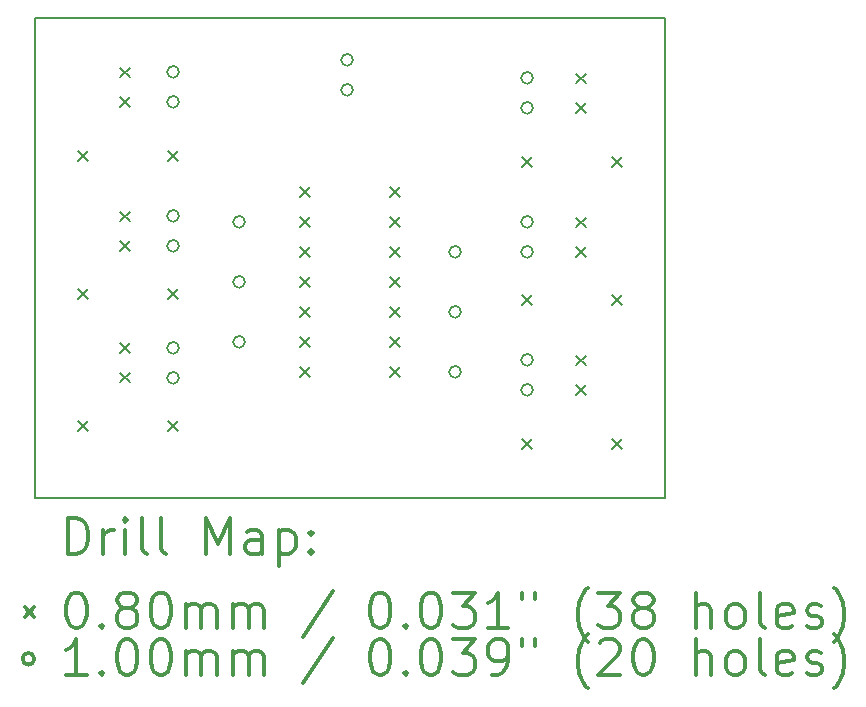
<source format=gbr>
%FSLAX45Y45*%
G04 Gerber Fmt 4.5, Leading zero omitted, Abs format (unit mm)*
G04 Created by KiCad (PCBNEW (5.0.0)) date 10/15/18 15:54:26*
%MOMM*%
%LPD*%
G01*
G04 APERTURE LIST*
%ADD10C,0.150000*%
%ADD11C,0.200000*%
%ADD12C,0.300000*%
G04 APERTURE END LIST*
D10*
X16510000Y-8128000D02*
X11176000Y-8128000D01*
X16510000Y-12192000D02*
X16510000Y-8128000D01*
X11176000Y-12192000D02*
X16510000Y-12192000D01*
X11176000Y-8128000D02*
X11176000Y-12192000D01*
D11*
X13422000Y-9561200D02*
X13502000Y-9641200D01*
X13502000Y-9561200D02*
X13422000Y-9641200D01*
X13422000Y-9815200D02*
X13502000Y-9895200D01*
X13502000Y-9815200D02*
X13422000Y-9895200D01*
X13422000Y-10069200D02*
X13502000Y-10149200D01*
X13502000Y-10069200D02*
X13422000Y-10149200D01*
X13422000Y-10323200D02*
X13502000Y-10403200D01*
X13502000Y-10323200D02*
X13422000Y-10403200D01*
X13422000Y-10577200D02*
X13502000Y-10657200D01*
X13502000Y-10577200D02*
X13422000Y-10657200D01*
X13422000Y-10831200D02*
X13502000Y-10911200D01*
X13502000Y-10831200D02*
X13422000Y-10911200D01*
X13422000Y-11085200D02*
X13502000Y-11165200D01*
X13502000Y-11085200D02*
X13422000Y-11165200D01*
X14184000Y-9561200D02*
X14264000Y-9641200D01*
X14264000Y-9561200D02*
X14184000Y-9641200D01*
X14184000Y-9815200D02*
X14264000Y-9895200D01*
X14264000Y-9815200D02*
X14184000Y-9895200D01*
X14184000Y-10069200D02*
X14264000Y-10149200D01*
X14264000Y-10069200D02*
X14184000Y-10149200D01*
X14184000Y-10323200D02*
X14264000Y-10403200D01*
X14264000Y-10323200D02*
X14184000Y-10403200D01*
X14184000Y-10577200D02*
X14264000Y-10657200D01*
X14264000Y-10577200D02*
X14184000Y-10657200D01*
X14184000Y-10831200D02*
X14264000Y-10911200D01*
X14264000Y-10831200D02*
X14184000Y-10911200D01*
X14184000Y-11085200D02*
X14264000Y-11165200D01*
X14264000Y-11085200D02*
X14184000Y-11165200D01*
X15301600Y-11694800D02*
X15381600Y-11774800D01*
X15381600Y-11694800D02*
X15301600Y-11774800D01*
X16063600Y-11694800D02*
X16143600Y-11774800D01*
X16143600Y-11694800D02*
X16063600Y-11774800D01*
X15301600Y-10475600D02*
X15381600Y-10555600D01*
X15381600Y-10475600D02*
X15301600Y-10555600D01*
X16063600Y-10475600D02*
X16143600Y-10555600D01*
X16143600Y-10475600D02*
X16063600Y-10555600D01*
X15301600Y-9307200D02*
X15381600Y-9387200D01*
X15381600Y-9307200D02*
X15301600Y-9387200D01*
X16063600Y-9307200D02*
X16143600Y-9387200D01*
X16143600Y-9307200D02*
X16063600Y-9387200D01*
X15758800Y-9819200D02*
X15838800Y-9899200D01*
X15838800Y-9819200D02*
X15758800Y-9899200D01*
X15758800Y-10069200D02*
X15838800Y-10149200D01*
X15838800Y-10069200D02*
X15758800Y-10149200D01*
X11898000Y-8549200D02*
X11978000Y-8629200D01*
X11978000Y-8549200D02*
X11898000Y-8629200D01*
X11898000Y-8799200D02*
X11978000Y-8879200D01*
X11978000Y-8799200D02*
X11898000Y-8879200D01*
X15758800Y-8600000D02*
X15838800Y-8680000D01*
X15838800Y-8600000D02*
X15758800Y-8680000D01*
X15758800Y-8850000D02*
X15838800Y-8930000D01*
X15838800Y-8850000D02*
X15758800Y-8930000D01*
X11542400Y-11542400D02*
X11622400Y-11622400D01*
X11622400Y-11542400D02*
X11542400Y-11622400D01*
X12304400Y-11542400D02*
X12384400Y-11622400D01*
X12384400Y-11542400D02*
X12304400Y-11622400D01*
X11898000Y-10882000D02*
X11978000Y-10962000D01*
X11978000Y-10882000D02*
X11898000Y-10962000D01*
X11898000Y-11132000D02*
X11978000Y-11212000D01*
X11978000Y-11132000D02*
X11898000Y-11212000D01*
X15758800Y-10987600D02*
X15838800Y-11067600D01*
X15838800Y-10987600D02*
X15758800Y-11067600D01*
X15758800Y-11237600D02*
X15838800Y-11317600D01*
X15838800Y-11237600D02*
X15758800Y-11317600D01*
X11542400Y-10424800D02*
X11622400Y-10504800D01*
X11622400Y-10424800D02*
X11542400Y-10504800D01*
X12304400Y-10424800D02*
X12384400Y-10504800D01*
X12384400Y-10424800D02*
X12304400Y-10504800D01*
X11898000Y-9768400D02*
X11978000Y-9848400D01*
X11978000Y-9768400D02*
X11898000Y-9848400D01*
X11898000Y-10018400D02*
X11978000Y-10098400D01*
X11978000Y-10018400D02*
X11898000Y-10098400D01*
X11542400Y-9256400D02*
X11622400Y-9336400D01*
X11622400Y-9256400D02*
X11542400Y-9336400D01*
X12304400Y-9256400D02*
X12384400Y-9336400D01*
X12384400Y-9256400D02*
X12304400Y-9336400D01*
X14782000Y-10109200D02*
G75*
G03X14782000Y-10109200I-50000J0D01*
G01*
X14782000Y-11125200D02*
G75*
G03X14782000Y-11125200I-50000J0D01*
G01*
X14782000Y-10617200D02*
G75*
G03X14782000Y-10617200I-50000J0D01*
G01*
X13867600Y-8483600D02*
G75*
G03X13867600Y-8483600I-50000J0D01*
G01*
X13867600Y-8737600D02*
G75*
G03X13867600Y-8737600I-50000J0D01*
G01*
X12953200Y-10871200D02*
G75*
G03X12953200Y-10871200I-50000J0D01*
G01*
X12394400Y-8585200D02*
G75*
G03X12394400Y-8585200I-50000J0D01*
G01*
X12394400Y-8839200D02*
G75*
G03X12394400Y-8839200I-50000J0D01*
G01*
X15391600Y-8636000D02*
G75*
G03X15391600Y-8636000I-50000J0D01*
G01*
X15391600Y-8890000D02*
G75*
G03X15391600Y-8890000I-50000J0D01*
G01*
X12953200Y-9855200D02*
G75*
G03X12953200Y-9855200I-50000J0D01*
G01*
X12953200Y-10363200D02*
G75*
G03X12953200Y-10363200I-50000J0D01*
G01*
X15391600Y-9855200D02*
G75*
G03X15391600Y-9855200I-50000J0D01*
G01*
X15391600Y-10109200D02*
G75*
G03X15391600Y-10109200I-50000J0D01*
G01*
X15391600Y-11023600D02*
G75*
G03X15391600Y-11023600I-50000J0D01*
G01*
X15391600Y-11277600D02*
G75*
G03X15391600Y-11277600I-50000J0D01*
G01*
X12394400Y-10922000D02*
G75*
G03X12394400Y-10922000I-50000J0D01*
G01*
X12394400Y-11176000D02*
G75*
G03X12394400Y-11176000I-50000J0D01*
G01*
X12394400Y-9804400D02*
G75*
G03X12394400Y-9804400I-50000J0D01*
G01*
X12394400Y-10058400D02*
G75*
G03X12394400Y-10058400I-50000J0D01*
G01*
D12*
X11454928Y-12665214D02*
X11454928Y-12365214D01*
X11526357Y-12365214D01*
X11569214Y-12379500D01*
X11597786Y-12408071D01*
X11612071Y-12436643D01*
X11626357Y-12493786D01*
X11626357Y-12536643D01*
X11612071Y-12593786D01*
X11597786Y-12622357D01*
X11569214Y-12650929D01*
X11526357Y-12665214D01*
X11454928Y-12665214D01*
X11754928Y-12665214D02*
X11754928Y-12465214D01*
X11754928Y-12522357D02*
X11769214Y-12493786D01*
X11783500Y-12479500D01*
X11812071Y-12465214D01*
X11840643Y-12465214D01*
X11940643Y-12665214D02*
X11940643Y-12465214D01*
X11940643Y-12365214D02*
X11926357Y-12379500D01*
X11940643Y-12393786D01*
X11954928Y-12379500D01*
X11940643Y-12365214D01*
X11940643Y-12393786D01*
X12126357Y-12665214D02*
X12097786Y-12650929D01*
X12083500Y-12622357D01*
X12083500Y-12365214D01*
X12283500Y-12665214D02*
X12254928Y-12650929D01*
X12240643Y-12622357D01*
X12240643Y-12365214D01*
X12626357Y-12665214D02*
X12626357Y-12365214D01*
X12726357Y-12579500D01*
X12826357Y-12365214D01*
X12826357Y-12665214D01*
X13097786Y-12665214D02*
X13097786Y-12508071D01*
X13083500Y-12479500D01*
X13054928Y-12465214D01*
X12997786Y-12465214D01*
X12969214Y-12479500D01*
X13097786Y-12650929D02*
X13069214Y-12665214D01*
X12997786Y-12665214D01*
X12969214Y-12650929D01*
X12954928Y-12622357D01*
X12954928Y-12593786D01*
X12969214Y-12565214D01*
X12997786Y-12550929D01*
X13069214Y-12550929D01*
X13097786Y-12536643D01*
X13240643Y-12465214D02*
X13240643Y-12765214D01*
X13240643Y-12479500D02*
X13269214Y-12465214D01*
X13326357Y-12465214D01*
X13354928Y-12479500D01*
X13369214Y-12493786D01*
X13383500Y-12522357D01*
X13383500Y-12608071D01*
X13369214Y-12636643D01*
X13354928Y-12650929D01*
X13326357Y-12665214D01*
X13269214Y-12665214D01*
X13240643Y-12650929D01*
X13512071Y-12636643D02*
X13526357Y-12650929D01*
X13512071Y-12665214D01*
X13497786Y-12650929D01*
X13512071Y-12636643D01*
X13512071Y-12665214D01*
X13512071Y-12479500D02*
X13526357Y-12493786D01*
X13512071Y-12508071D01*
X13497786Y-12493786D01*
X13512071Y-12479500D01*
X13512071Y-12508071D01*
X11088500Y-13119500D02*
X11168500Y-13199500D01*
X11168500Y-13119500D02*
X11088500Y-13199500D01*
X11512071Y-12995214D02*
X11540643Y-12995214D01*
X11569214Y-13009500D01*
X11583500Y-13023786D01*
X11597786Y-13052357D01*
X11612071Y-13109500D01*
X11612071Y-13180929D01*
X11597786Y-13238071D01*
X11583500Y-13266643D01*
X11569214Y-13280929D01*
X11540643Y-13295214D01*
X11512071Y-13295214D01*
X11483500Y-13280929D01*
X11469214Y-13266643D01*
X11454928Y-13238071D01*
X11440643Y-13180929D01*
X11440643Y-13109500D01*
X11454928Y-13052357D01*
X11469214Y-13023786D01*
X11483500Y-13009500D01*
X11512071Y-12995214D01*
X11740643Y-13266643D02*
X11754928Y-13280929D01*
X11740643Y-13295214D01*
X11726357Y-13280929D01*
X11740643Y-13266643D01*
X11740643Y-13295214D01*
X11926357Y-13123786D02*
X11897786Y-13109500D01*
X11883500Y-13095214D01*
X11869214Y-13066643D01*
X11869214Y-13052357D01*
X11883500Y-13023786D01*
X11897786Y-13009500D01*
X11926357Y-12995214D01*
X11983500Y-12995214D01*
X12012071Y-13009500D01*
X12026357Y-13023786D01*
X12040643Y-13052357D01*
X12040643Y-13066643D01*
X12026357Y-13095214D01*
X12012071Y-13109500D01*
X11983500Y-13123786D01*
X11926357Y-13123786D01*
X11897786Y-13138071D01*
X11883500Y-13152357D01*
X11869214Y-13180929D01*
X11869214Y-13238071D01*
X11883500Y-13266643D01*
X11897786Y-13280929D01*
X11926357Y-13295214D01*
X11983500Y-13295214D01*
X12012071Y-13280929D01*
X12026357Y-13266643D01*
X12040643Y-13238071D01*
X12040643Y-13180929D01*
X12026357Y-13152357D01*
X12012071Y-13138071D01*
X11983500Y-13123786D01*
X12226357Y-12995214D02*
X12254928Y-12995214D01*
X12283500Y-13009500D01*
X12297786Y-13023786D01*
X12312071Y-13052357D01*
X12326357Y-13109500D01*
X12326357Y-13180929D01*
X12312071Y-13238071D01*
X12297786Y-13266643D01*
X12283500Y-13280929D01*
X12254928Y-13295214D01*
X12226357Y-13295214D01*
X12197786Y-13280929D01*
X12183500Y-13266643D01*
X12169214Y-13238071D01*
X12154928Y-13180929D01*
X12154928Y-13109500D01*
X12169214Y-13052357D01*
X12183500Y-13023786D01*
X12197786Y-13009500D01*
X12226357Y-12995214D01*
X12454928Y-13295214D02*
X12454928Y-13095214D01*
X12454928Y-13123786D02*
X12469214Y-13109500D01*
X12497786Y-13095214D01*
X12540643Y-13095214D01*
X12569214Y-13109500D01*
X12583500Y-13138071D01*
X12583500Y-13295214D01*
X12583500Y-13138071D02*
X12597786Y-13109500D01*
X12626357Y-13095214D01*
X12669214Y-13095214D01*
X12697786Y-13109500D01*
X12712071Y-13138071D01*
X12712071Y-13295214D01*
X12854928Y-13295214D02*
X12854928Y-13095214D01*
X12854928Y-13123786D02*
X12869214Y-13109500D01*
X12897786Y-13095214D01*
X12940643Y-13095214D01*
X12969214Y-13109500D01*
X12983500Y-13138071D01*
X12983500Y-13295214D01*
X12983500Y-13138071D02*
X12997786Y-13109500D01*
X13026357Y-13095214D01*
X13069214Y-13095214D01*
X13097786Y-13109500D01*
X13112071Y-13138071D01*
X13112071Y-13295214D01*
X13697786Y-12980929D02*
X13440643Y-13366643D01*
X14083500Y-12995214D02*
X14112071Y-12995214D01*
X14140643Y-13009500D01*
X14154928Y-13023786D01*
X14169214Y-13052357D01*
X14183500Y-13109500D01*
X14183500Y-13180929D01*
X14169214Y-13238071D01*
X14154928Y-13266643D01*
X14140643Y-13280929D01*
X14112071Y-13295214D01*
X14083500Y-13295214D01*
X14054928Y-13280929D01*
X14040643Y-13266643D01*
X14026357Y-13238071D01*
X14012071Y-13180929D01*
X14012071Y-13109500D01*
X14026357Y-13052357D01*
X14040643Y-13023786D01*
X14054928Y-13009500D01*
X14083500Y-12995214D01*
X14312071Y-13266643D02*
X14326357Y-13280929D01*
X14312071Y-13295214D01*
X14297786Y-13280929D01*
X14312071Y-13266643D01*
X14312071Y-13295214D01*
X14512071Y-12995214D02*
X14540643Y-12995214D01*
X14569214Y-13009500D01*
X14583500Y-13023786D01*
X14597786Y-13052357D01*
X14612071Y-13109500D01*
X14612071Y-13180929D01*
X14597786Y-13238071D01*
X14583500Y-13266643D01*
X14569214Y-13280929D01*
X14540643Y-13295214D01*
X14512071Y-13295214D01*
X14483500Y-13280929D01*
X14469214Y-13266643D01*
X14454928Y-13238071D01*
X14440643Y-13180929D01*
X14440643Y-13109500D01*
X14454928Y-13052357D01*
X14469214Y-13023786D01*
X14483500Y-13009500D01*
X14512071Y-12995214D01*
X14712071Y-12995214D02*
X14897786Y-12995214D01*
X14797786Y-13109500D01*
X14840643Y-13109500D01*
X14869214Y-13123786D01*
X14883500Y-13138071D01*
X14897786Y-13166643D01*
X14897786Y-13238071D01*
X14883500Y-13266643D01*
X14869214Y-13280929D01*
X14840643Y-13295214D01*
X14754928Y-13295214D01*
X14726357Y-13280929D01*
X14712071Y-13266643D01*
X15183500Y-13295214D02*
X15012071Y-13295214D01*
X15097786Y-13295214D02*
X15097786Y-12995214D01*
X15069214Y-13038071D01*
X15040643Y-13066643D01*
X15012071Y-13080929D01*
X15297786Y-12995214D02*
X15297786Y-13052357D01*
X15412071Y-12995214D02*
X15412071Y-13052357D01*
X15854928Y-13409500D02*
X15840643Y-13395214D01*
X15812071Y-13352357D01*
X15797786Y-13323786D01*
X15783500Y-13280929D01*
X15769214Y-13209500D01*
X15769214Y-13152357D01*
X15783500Y-13080929D01*
X15797786Y-13038071D01*
X15812071Y-13009500D01*
X15840643Y-12966643D01*
X15854928Y-12952357D01*
X15940643Y-12995214D02*
X16126357Y-12995214D01*
X16026357Y-13109500D01*
X16069214Y-13109500D01*
X16097786Y-13123786D01*
X16112071Y-13138071D01*
X16126357Y-13166643D01*
X16126357Y-13238071D01*
X16112071Y-13266643D01*
X16097786Y-13280929D01*
X16069214Y-13295214D01*
X15983500Y-13295214D01*
X15954928Y-13280929D01*
X15940643Y-13266643D01*
X16297786Y-13123786D02*
X16269214Y-13109500D01*
X16254928Y-13095214D01*
X16240643Y-13066643D01*
X16240643Y-13052357D01*
X16254928Y-13023786D01*
X16269214Y-13009500D01*
X16297786Y-12995214D01*
X16354928Y-12995214D01*
X16383500Y-13009500D01*
X16397786Y-13023786D01*
X16412071Y-13052357D01*
X16412071Y-13066643D01*
X16397786Y-13095214D01*
X16383500Y-13109500D01*
X16354928Y-13123786D01*
X16297786Y-13123786D01*
X16269214Y-13138071D01*
X16254928Y-13152357D01*
X16240643Y-13180929D01*
X16240643Y-13238071D01*
X16254928Y-13266643D01*
X16269214Y-13280929D01*
X16297786Y-13295214D01*
X16354928Y-13295214D01*
X16383500Y-13280929D01*
X16397786Y-13266643D01*
X16412071Y-13238071D01*
X16412071Y-13180929D01*
X16397786Y-13152357D01*
X16383500Y-13138071D01*
X16354928Y-13123786D01*
X16769214Y-13295214D02*
X16769214Y-12995214D01*
X16897786Y-13295214D02*
X16897786Y-13138071D01*
X16883500Y-13109500D01*
X16854928Y-13095214D01*
X16812071Y-13095214D01*
X16783500Y-13109500D01*
X16769214Y-13123786D01*
X17083500Y-13295214D02*
X17054928Y-13280929D01*
X17040643Y-13266643D01*
X17026357Y-13238071D01*
X17026357Y-13152357D01*
X17040643Y-13123786D01*
X17054928Y-13109500D01*
X17083500Y-13095214D01*
X17126357Y-13095214D01*
X17154928Y-13109500D01*
X17169214Y-13123786D01*
X17183500Y-13152357D01*
X17183500Y-13238071D01*
X17169214Y-13266643D01*
X17154928Y-13280929D01*
X17126357Y-13295214D01*
X17083500Y-13295214D01*
X17354928Y-13295214D02*
X17326357Y-13280929D01*
X17312071Y-13252357D01*
X17312071Y-12995214D01*
X17583500Y-13280929D02*
X17554928Y-13295214D01*
X17497786Y-13295214D01*
X17469214Y-13280929D01*
X17454928Y-13252357D01*
X17454928Y-13138071D01*
X17469214Y-13109500D01*
X17497786Y-13095214D01*
X17554928Y-13095214D01*
X17583500Y-13109500D01*
X17597786Y-13138071D01*
X17597786Y-13166643D01*
X17454928Y-13195214D01*
X17712071Y-13280929D02*
X17740643Y-13295214D01*
X17797786Y-13295214D01*
X17826357Y-13280929D01*
X17840643Y-13252357D01*
X17840643Y-13238071D01*
X17826357Y-13209500D01*
X17797786Y-13195214D01*
X17754928Y-13195214D01*
X17726357Y-13180929D01*
X17712071Y-13152357D01*
X17712071Y-13138071D01*
X17726357Y-13109500D01*
X17754928Y-13095214D01*
X17797786Y-13095214D01*
X17826357Y-13109500D01*
X17940643Y-13409500D02*
X17954928Y-13395214D01*
X17983500Y-13352357D01*
X17997786Y-13323786D01*
X18012071Y-13280929D01*
X18026357Y-13209500D01*
X18026357Y-13152357D01*
X18012071Y-13080929D01*
X17997786Y-13038071D01*
X17983500Y-13009500D01*
X17954928Y-12966643D01*
X17940643Y-12952357D01*
X11168500Y-13555500D02*
G75*
G03X11168500Y-13555500I-50000J0D01*
G01*
X11612071Y-13691214D02*
X11440643Y-13691214D01*
X11526357Y-13691214D02*
X11526357Y-13391214D01*
X11497786Y-13434071D01*
X11469214Y-13462643D01*
X11440643Y-13476929D01*
X11740643Y-13662643D02*
X11754928Y-13676929D01*
X11740643Y-13691214D01*
X11726357Y-13676929D01*
X11740643Y-13662643D01*
X11740643Y-13691214D01*
X11940643Y-13391214D02*
X11969214Y-13391214D01*
X11997786Y-13405500D01*
X12012071Y-13419786D01*
X12026357Y-13448357D01*
X12040643Y-13505500D01*
X12040643Y-13576929D01*
X12026357Y-13634071D01*
X12012071Y-13662643D01*
X11997786Y-13676929D01*
X11969214Y-13691214D01*
X11940643Y-13691214D01*
X11912071Y-13676929D01*
X11897786Y-13662643D01*
X11883500Y-13634071D01*
X11869214Y-13576929D01*
X11869214Y-13505500D01*
X11883500Y-13448357D01*
X11897786Y-13419786D01*
X11912071Y-13405500D01*
X11940643Y-13391214D01*
X12226357Y-13391214D02*
X12254928Y-13391214D01*
X12283500Y-13405500D01*
X12297786Y-13419786D01*
X12312071Y-13448357D01*
X12326357Y-13505500D01*
X12326357Y-13576929D01*
X12312071Y-13634071D01*
X12297786Y-13662643D01*
X12283500Y-13676929D01*
X12254928Y-13691214D01*
X12226357Y-13691214D01*
X12197786Y-13676929D01*
X12183500Y-13662643D01*
X12169214Y-13634071D01*
X12154928Y-13576929D01*
X12154928Y-13505500D01*
X12169214Y-13448357D01*
X12183500Y-13419786D01*
X12197786Y-13405500D01*
X12226357Y-13391214D01*
X12454928Y-13691214D02*
X12454928Y-13491214D01*
X12454928Y-13519786D02*
X12469214Y-13505500D01*
X12497786Y-13491214D01*
X12540643Y-13491214D01*
X12569214Y-13505500D01*
X12583500Y-13534071D01*
X12583500Y-13691214D01*
X12583500Y-13534071D02*
X12597786Y-13505500D01*
X12626357Y-13491214D01*
X12669214Y-13491214D01*
X12697786Y-13505500D01*
X12712071Y-13534071D01*
X12712071Y-13691214D01*
X12854928Y-13691214D02*
X12854928Y-13491214D01*
X12854928Y-13519786D02*
X12869214Y-13505500D01*
X12897786Y-13491214D01*
X12940643Y-13491214D01*
X12969214Y-13505500D01*
X12983500Y-13534071D01*
X12983500Y-13691214D01*
X12983500Y-13534071D02*
X12997786Y-13505500D01*
X13026357Y-13491214D01*
X13069214Y-13491214D01*
X13097786Y-13505500D01*
X13112071Y-13534071D01*
X13112071Y-13691214D01*
X13697786Y-13376929D02*
X13440643Y-13762643D01*
X14083500Y-13391214D02*
X14112071Y-13391214D01*
X14140643Y-13405500D01*
X14154928Y-13419786D01*
X14169214Y-13448357D01*
X14183500Y-13505500D01*
X14183500Y-13576929D01*
X14169214Y-13634071D01*
X14154928Y-13662643D01*
X14140643Y-13676929D01*
X14112071Y-13691214D01*
X14083500Y-13691214D01*
X14054928Y-13676929D01*
X14040643Y-13662643D01*
X14026357Y-13634071D01*
X14012071Y-13576929D01*
X14012071Y-13505500D01*
X14026357Y-13448357D01*
X14040643Y-13419786D01*
X14054928Y-13405500D01*
X14083500Y-13391214D01*
X14312071Y-13662643D02*
X14326357Y-13676929D01*
X14312071Y-13691214D01*
X14297786Y-13676929D01*
X14312071Y-13662643D01*
X14312071Y-13691214D01*
X14512071Y-13391214D02*
X14540643Y-13391214D01*
X14569214Y-13405500D01*
X14583500Y-13419786D01*
X14597786Y-13448357D01*
X14612071Y-13505500D01*
X14612071Y-13576929D01*
X14597786Y-13634071D01*
X14583500Y-13662643D01*
X14569214Y-13676929D01*
X14540643Y-13691214D01*
X14512071Y-13691214D01*
X14483500Y-13676929D01*
X14469214Y-13662643D01*
X14454928Y-13634071D01*
X14440643Y-13576929D01*
X14440643Y-13505500D01*
X14454928Y-13448357D01*
X14469214Y-13419786D01*
X14483500Y-13405500D01*
X14512071Y-13391214D01*
X14712071Y-13391214D02*
X14897786Y-13391214D01*
X14797786Y-13505500D01*
X14840643Y-13505500D01*
X14869214Y-13519786D01*
X14883500Y-13534071D01*
X14897786Y-13562643D01*
X14897786Y-13634071D01*
X14883500Y-13662643D01*
X14869214Y-13676929D01*
X14840643Y-13691214D01*
X14754928Y-13691214D01*
X14726357Y-13676929D01*
X14712071Y-13662643D01*
X15040643Y-13691214D02*
X15097786Y-13691214D01*
X15126357Y-13676929D01*
X15140643Y-13662643D01*
X15169214Y-13619786D01*
X15183500Y-13562643D01*
X15183500Y-13448357D01*
X15169214Y-13419786D01*
X15154928Y-13405500D01*
X15126357Y-13391214D01*
X15069214Y-13391214D01*
X15040643Y-13405500D01*
X15026357Y-13419786D01*
X15012071Y-13448357D01*
X15012071Y-13519786D01*
X15026357Y-13548357D01*
X15040643Y-13562643D01*
X15069214Y-13576929D01*
X15126357Y-13576929D01*
X15154928Y-13562643D01*
X15169214Y-13548357D01*
X15183500Y-13519786D01*
X15297786Y-13391214D02*
X15297786Y-13448357D01*
X15412071Y-13391214D02*
X15412071Y-13448357D01*
X15854928Y-13805500D02*
X15840643Y-13791214D01*
X15812071Y-13748357D01*
X15797786Y-13719786D01*
X15783500Y-13676929D01*
X15769214Y-13605500D01*
X15769214Y-13548357D01*
X15783500Y-13476929D01*
X15797786Y-13434071D01*
X15812071Y-13405500D01*
X15840643Y-13362643D01*
X15854928Y-13348357D01*
X15954928Y-13419786D02*
X15969214Y-13405500D01*
X15997786Y-13391214D01*
X16069214Y-13391214D01*
X16097786Y-13405500D01*
X16112071Y-13419786D01*
X16126357Y-13448357D01*
X16126357Y-13476929D01*
X16112071Y-13519786D01*
X15940643Y-13691214D01*
X16126357Y-13691214D01*
X16312071Y-13391214D02*
X16340643Y-13391214D01*
X16369214Y-13405500D01*
X16383500Y-13419786D01*
X16397786Y-13448357D01*
X16412071Y-13505500D01*
X16412071Y-13576929D01*
X16397786Y-13634071D01*
X16383500Y-13662643D01*
X16369214Y-13676929D01*
X16340643Y-13691214D01*
X16312071Y-13691214D01*
X16283500Y-13676929D01*
X16269214Y-13662643D01*
X16254928Y-13634071D01*
X16240643Y-13576929D01*
X16240643Y-13505500D01*
X16254928Y-13448357D01*
X16269214Y-13419786D01*
X16283500Y-13405500D01*
X16312071Y-13391214D01*
X16769214Y-13691214D02*
X16769214Y-13391214D01*
X16897786Y-13691214D02*
X16897786Y-13534071D01*
X16883500Y-13505500D01*
X16854928Y-13491214D01*
X16812071Y-13491214D01*
X16783500Y-13505500D01*
X16769214Y-13519786D01*
X17083500Y-13691214D02*
X17054928Y-13676929D01*
X17040643Y-13662643D01*
X17026357Y-13634071D01*
X17026357Y-13548357D01*
X17040643Y-13519786D01*
X17054928Y-13505500D01*
X17083500Y-13491214D01*
X17126357Y-13491214D01*
X17154928Y-13505500D01*
X17169214Y-13519786D01*
X17183500Y-13548357D01*
X17183500Y-13634071D01*
X17169214Y-13662643D01*
X17154928Y-13676929D01*
X17126357Y-13691214D01*
X17083500Y-13691214D01*
X17354928Y-13691214D02*
X17326357Y-13676929D01*
X17312071Y-13648357D01*
X17312071Y-13391214D01*
X17583500Y-13676929D02*
X17554928Y-13691214D01*
X17497786Y-13691214D01*
X17469214Y-13676929D01*
X17454928Y-13648357D01*
X17454928Y-13534071D01*
X17469214Y-13505500D01*
X17497786Y-13491214D01*
X17554928Y-13491214D01*
X17583500Y-13505500D01*
X17597786Y-13534071D01*
X17597786Y-13562643D01*
X17454928Y-13591214D01*
X17712071Y-13676929D02*
X17740643Y-13691214D01*
X17797786Y-13691214D01*
X17826357Y-13676929D01*
X17840643Y-13648357D01*
X17840643Y-13634071D01*
X17826357Y-13605500D01*
X17797786Y-13591214D01*
X17754928Y-13591214D01*
X17726357Y-13576929D01*
X17712071Y-13548357D01*
X17712071Y-13534071D01*
X17726357Y-13505500D01*
X17754928Y-13491214D01*
X17797786Y-13491214D01*
X17826357Y-13505500D01*
X17940643Y-13805500D02*
X17954928Y-13791214D01*
X17983500Y-13748357D01*
X17997786Y-13719786D01*
X18012071Y-13676929D01*
X18026357Y-13605500D01*
X18026357Y-13548357D01*
X18012071Y-13476929D01*
X17997786Y-13434071D01*
X17983500Y-13405500D01*
X17954928Y-13362643D01*
X17940643Y-13348357D01*
M02*

</source>
